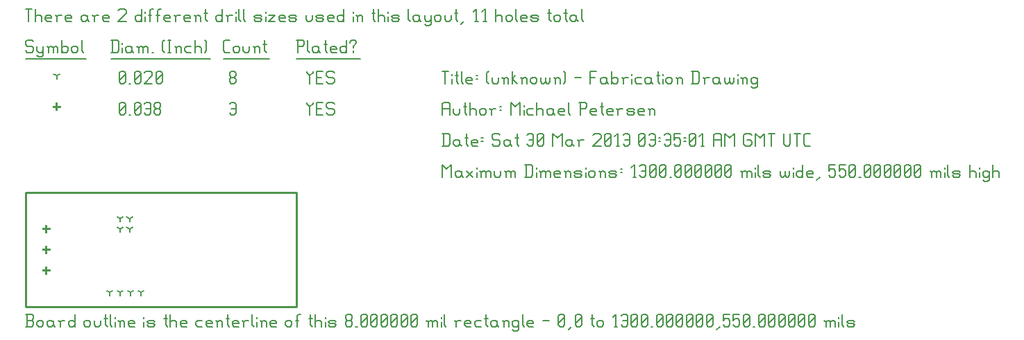
<source format=gbr>
G04 start of page 11 for group -3984 idx -3984 *
G04 Title: (unknown), fab *
G04 Creator: pcb 20110918 *
G04 CreationDate: Sat 30 Mar 2013 03:35:01 AM GMT UTC *
G04 For: railfan *
G04 Format: Gerber/RS-274X *
G04 PCB-Dimensions: 130000 55000 *
G04 PCB-Coordinate-Origin: lower left *
%MOIN*%
%FSLAX25Y25*%
%LNFAB*%
%ADD47C,0.0100*%
%ADD46C,0.0060*%
%ADD45R,0.0080X0.0080*%
G54D45*X10000Y19100D02*Y15900D01*
X8400Y17500D02*X11600D01*
X10000Y29100D02*Y25900D01*
X8400Y27500D02*X11600D01*
X10000Y39100D02*Y35900D01*
X8400Y37500D02*X11600D01*
X15000Y97850D02*Y94650D01*
X13400Y96250D02*X16600D01*
G54D46*X135000Y98500D02*Y97750D01*
X136500Y96250D01*
X138000Y97750D01*
Y98500D02*Y97750D01*
X136500Y96250D02*Y92500D01*
X139800Y95500D02*X142050D01*
X139800Y92500D02*X142800D01*
X139800Y98500D02*Y92500D01*
Y98500D02*X142800D01*
X147600D02*X148350Y97750D01*
X145350Y98500D02*X147600D01*
X144600Y97750D02*X145350Y98500D01*
X144600Y97750D02*Y96250D01*
X145350Y95500D01*
X147600D01*
X148350Y94750D01*
Y93250D01*
X147600Y92500D02*X148350Y93250D01*
X145350Y92500D02*X147600D01*
X144600Y93250D02*X145350Y92500D01*
X98000Y97750D02*X98750Y98500D01*
X100250D01*
X101000Y97750D01*
Y93250D01*
X100250Y92500D02*X101000Y93250D01*
X98750Y92500D02*X100250D01*
X98000Y93250D02*X98750Y92500D01*
Y95500D02*X101000D01*
X45000Y93250D02*X45750Y92500D01*
X45000Y97750D02*Y93250D01*
Y97750D02*X45750Y98500D01*
X47250D01*
X48000Y97750D01*
Y93250D01*
X47250Y92500D02*X48000Y93250D01*
X45750Y92500D02*X47250D01*
X45000Y94000D02*X48000Y97000D01*
X49800Y92500D02*X50550D01*
X52350Y93250D02*X53100Y92500D01*
X52350Y97750D02*Y93250D01*
Y97750D02*X53100Y98500D01*
X54600D01*
X55350Y97750D01*
Y93250D01*
X54600Y92500D02*X55350Y93250D01*
X53100Y92500D02*X54600D01*
X52350Y94000D02*X55350Y97000D01*
X57150Y97750D02*X57900Y98500D01*
X59400D01*
X60150Y97750D01*
Y93250D01*
X59400Y92500D02*X60150Y93250D01*
X57900Y92500D02*X59400D01*
X57150Y93250D02*X57900Y92500D01*
Y95500D02*X60150D01*
X61950Y93250D02*X62700Y92500D01*
X61950Y94750D02*Y93250D01*
Y94750D02*X62700Y95500D01*
X64200D01*
X64950Y94750D01*
Y93250D01*
X64200Y92500D02*X64950Y93250D01*
X62700Y92500D02*X64200D01*
X61950Y96250D02*X62700Y95500D01*
X61950Y97750D02*Y96250D01*
Y97750D02*X62700Y98500D01*
X64200D01*
X64950Y97750D01*
Y96250D01*
X64200Y95500D02*X64950Y96250D01*
X50000Y42500D02*Y40900D01*
Y42500D02*X51387Y43300D01*
X50000Y42500D02*X48613Y43300D01*
X50000Y37500D02*Y35900D01*
Y37500D02*X51387Y38300D01*
X50000Y37500D02*X48613Y38300D01*
X45500Y37500D02*Y35900D01*
Y37500D02*X46887Y38300D01*
X45500Y37500D02*X44113Y38300D01*
X50500Y7000D02*Y5400D01*
Y7000D02*X51887Y7800D01*
X50500Y7000D02*X49113Y7800D01*
X55500Y7000D02*Y5400D01*
Y7000D02*X56887Y7800D01*
X55500Y7000D02*X54113Y7800D01*
X40500Y7000D02*Y5400D01*
Y7000D02*X41887Y7800D01*
X40500Y7000D02*X39113Y7800D01*
X45500Y7000D02*Y5400D01*
Y7000D02*X46887Y7800D01*
X45500Y7000D02*X44113Y7800D01*
X45500Y42500D02*Y40900D01*
Y42500D02*X46887Y43300D01*
X45500Y42500D02*X44113Y43300D01*
X15000Y111250D02*Y109650D01*
Y111250D02*X16387Y112050D01*
X15000Y111250D02*X13613Y112050D01*
X135000Y113500D02*Y112750D01*
X136500Y111250D01*
X138000Y112750D01*
Y113500D02*Y112750D01*
X136500Y111250D02*Y107500D01*
X139800Y110500D02*X142050D01*
X139800Y107500D02*X142800D01*
X139800Y113500D02*Y107500D01*
Y113500D02*X142800D01*
X147600D02*X148350Y112750D01*
X145350Y113500D02*X147600D01*
X144600Y112750D02*X145350Y113500D01*
X144600Y112750D02*Y111250D01*
X145350Y110500D01*
X147600D01*
X148350Y109750D01*
Y108250D01*
X147600Y107500D02*X148350Y108250D01*
X145350Y107500D02*X147600D01*
X144600Y108250D02*X145350Y107500D01*
X98000Y108250D02*X98750Y107500D01*
X98000Y109750D02*Y108250D01*
Y109750D02*X98750Y110500D01*
X100250D01*
X101000Y109750D01*
Y108250D01*
X100250Y107500D02*X101000Y108250D01*
X98750Y107500D02*X100250D01*
X98000Y111250D02*X98750Y110500D01*
X98000Y112750D02*Y111250D01*
Y112750D02*X98750Y113500D01*
X100250D01*
X101000Y112750D01*
Y111250D01*
X100250Y110500D02*X101000Y111250D01*
X45000Y108250D02*X45750Y107500D01*
X45000Y112750D02*Y108250D01*
Y112750D02*X45750Y113500D01*
X47250D01*
X48000Y112750D01*
Y108250D01*
X47250Y107500D02*X48000Y108250D01*
X45750Y107500D02*X47250D01*
X45000Y109000D02*X48000Y112000D01*
X49800Y107500D02*X50550D01*
X52350Y108250D02*X53100Y107500D01*
X52350Y112750D02*Y108250D01*
Y112750D02*X53100Y113500D01*
X54600D01*
X55350Y112750D01*
Y108250D01*
X54600Y107500D02*X55350Y108250D01*
X53100Y107500D02*X54600D01*
X52350Y109000D02*X55350Y112000D01*
X57150Y112750D02*X57900Y113500D01*
X60150D01*
X60900Y112750D01*
Y111250D01*
X57150Y107500D02*X60900Y111250D01*
X57150Y107500D02*X60900D01*
X62700Y108250D02*X63450Y107500D01*
X62700Y112750D02*Y108250D01*
Y112750D02*X63450Y113500D01*
X64950D01*
X65700Y112750D01*
Y108250D01*
X64950Y107500D02*X65700Y108250D01*
X63450Y107500D02*X64950D01*
X62700Y109000D02*X65700Y112000D01*
X3000Y128500D02*X3750Y127750D01*
X750Y128500D02*X3000D01*
X0Y127750D02*X750Y128500D01*
X0Y127750D02*Y126250D01*
X750Y125500D01*
X3000D01*
X3750Y124750D01*
Y123250D01*
X3000Y122500D02*X3750Y123250D01*
X750Y122500D02*X3000D01*
X0Y123250D02*X750Y122500D01*
X5550Y125500D02*Y123250D01*
X6300Y122500D01*
X8550Y125500D02*Y121000D01*
X7800Y120250D02*X8550Y121000D01*
X6300Y120250D02*X7800D01*
X5550Y121000D02*X6300Y120250D01*
Y122500D02*X7800D01*
X8550Y123250D01*
X11100Y124750D02*Y122500D01*
Y124750D02*X11850Y125500D01*
X12600D01*
X13350Y124750D01*
Y122500D01*
Y124750D02*X14100Y125500D01*
X14850D01*
X15600Y124750D01*
Y122500D01*
X10350Y125500D02*X11100Y124750D01*
X17400Y128500D02*Y122500D01*
Y123250D02*X18150Y122500D01*
X19650D01*
X20400Y123250D01*
Y124750D02*Y123250D01*
X19650Y125500D02*X20400Y124750D01*
X18150Y125500D02*X19650D01*
X17400Y124750D02*X18150Y125500D01*
X22200Y124750D02*Y123250D01*
Y124750D02*X22950Y125500D01*
X24450D01*
X25200Y124750D01*
Y123250D01*
X24450Y122500D02*X25200Y123250D01*
X22950Y122500D02*X24450D01*
X22200Y123250D02*X22950Y122500D01*
X27000Y128500D02*Y123250D01*
X27750Y122500D01*
X0Y119250D02*X29250D01*
X41750Y128500D02*Y122500D01*
X44000Y128500D02*X44750Y127750D01*
Y123250D01*
X44000Y122500D02*X44750Y123250D01*
X41000Y122500D02*X44000D01*
X41000Y128500D02*X44000D01*
X46550Y127000D02*Y126250D01*
Y124750D02*Y122500D01*
X50300Y125500D02*X51050Y124750D01*
X48800Y125500D02*X50300D01*
X48050Y124750D02*X48800Y125500D01*
X48050Y124750D02*Y123250D01*
X48800Y122500D01*
X51050Y125500D02*Y123250D01*
X51800Y122500D01*
X48800D02*X50300D01*
X51050Y123250D01*
X54350Y124750D02*Y122500D01*
Y124750D02*X55100Y125500D01*
X55850D01*
X56600Y124750D01*
Y122500D01*
Y124750D02*X57350Y125500D01*
X58100D01*
X58850Y124750D01*
Y122500D01*
X53600Y125500D02*X54350Y124750D01*
X60650Y122500D02*X61400D01*
X65900Y123250D02*X66650Y122500D01*
X65900Y127750D02*X66650Y128500D01*
X65900Y127750D02*Y123250D01*
X68450Y128500D02*X69950D01*
X69200D02*Y122500D01*
X68450D02*X69950D01*
X72500Y124750D02*Y122500D01*
Y124750D02*X73250Y125500D01*
X74000D01*
X74750Y124750D01*
Y122500D01*
X71750Y125500D02*X72500Y124750D01*
X77300Y125500D02*X79550D01*
X76550Y124750D02*X77300Y125500D01*
X76550Y124750D02*Y123250D01*
X77300Y122500D01*
X79550D01*
X81350Y128500D02*Y122500D01*
Y124750D02*X82100Y125500D01*
X83600D01*
X84350Y124750D01*
Y122500D01*
X86150Y128500D02*X86900Y127750D01*
Y123250D01*
X86150Y122500D02*X86900Y123250D01*
X41000Y119250D02*X88700D01*
X95750Y122500D02*X98000D01*
X95000Y123250D02*X95750Y122500D01*
X95000Y127750D02*Y123250D01*
Y127750D02*X95750Y128500D01*
X98000D01*
X99800Y124750D02*Y123250D01*
Y124750D02*X100550Y125500D01*
X102050D01*
X102800Y124750D01*
Y123250D01*
X102050Y122500D02*X102800Y123250D01*
X100550Y122500D02*X102050D01*
X99800Y123250D02*X100550Y122500D01*
X104600Y125500D02*Y123250D01*
X105350Y122500D01*
X106850D01*
X107600Y123250D01*
Y125500D02*Y123250D01*
X110150Y124750D02*Y122500D01*
Y124750D02*X110900Y125500D01*
X111650D01*
X112400Y124750D01*
Y122500D01*
X109400Y125500D02*X110150Y124750D01*
X114950Y128500D02*Y123250D01*
X115700Y122500D01*
X114200Y126250D02*X115700D01*
X95000Y119250D02*X117200D01*
X130750Y128500D02*Y122500D01*
X130000Y128500D02*X133000D01*
X133750Y127750D01*
Y126250D01*
X133000Y125500D02*X133750Y126250D01*
X130750Y125500D02*X133000D01*
X135550Y128500D02*Y123250D01*
X136300Y122500D01*
X140050Y125500D02*X140800Y124750D01*
X138550Y125500D02*X140050D01*
X137800Y124750D02*X138550Y125500D01*
X137800Y124750D02*Y123250D01*
X138550Y122500D01*
X140800Y125500D02*Y123250D01*
X141550Y122500D01*
X138550D02*X140050D01*
X140800Y123250D01*
X144100Y128500D02*Y123250D01*
X144850Y122500D01*
X143350Y126250D02*X144850D01*
X147100Y122500D02*X149350D01*
X146350Y123250D02*X147100Y122500D01*
X146350Y124750D02*Y123250D01*
Y124750D02*X147100Y125500D01*
X148600D01*
X149350Y124750D01*
X146350Y124000D02*X149350D01*
Y124750D02*Y124000D01*
X154150Y128500D02*Y122500D01*
X153400D02*X154150Y123250D01*
X151900Y122500D02*X153400D01*
X151150Y123250D02*X151900Y122500D01*
X151150Y124750D02*Y123250D01*
Y124750D02*X151900Y125500D01*
X153400D01*
X154150Y124750D01*
X157450Y125500D02*Y124750D01*
Y123250D02*Y122500D01*
X155950Y127750D02*Y127000D01*
Y127750D02*X156700Y128500D01*
X158200D01*
X158950Y127750D01*
Y127000D01*
X157450Y125500D02*X158950Y127000D01*
X130000Y119250D02*X160750D01*
X0Y143500D02*X3000D01*
X1500D02*Y137500D01*
X4800Y143500D02*Y137500D01*
Y139750D02*X5550Y140500D01*
X7050D01*
X7800Y139750D01*
Y137500D01*
X10350D02*X12600D01*
X9600Y138250D02*X10350Y137500D01*
X9600Y139750D02*Y138250D01*
Y139750D02*X10350Y140500D01*
X11850D01*
X12600Y139750D01*
X9600Y139000D02*X12600D01*
Y139750D02*Y139000D01*
X15150Y139750D02*Y137500D01*
Y139750D02*X15900Y140500D01*
X17400D01*
X14400D02*X15150Y139750D01*
X19950Y137500D02*X22200D01*
X19200Y138250D02*X19950Y137500D01*
X19200Y139750D02*Y138250D01*
Y139750D02*X19950Y140500D01*
X21450D01*
X22200Y139750D01*
X19200Y139000D02*X22200D01*
Y139750D02*Y139000D01*
X28950Y140500D02*X29700Y139750D01*
X27450Y140500D02*X28950D01*
X26700Y139750D02*X27450Y140500D01*
X26700Y139750D02*Y138250D01*
X27450Y137500D01*
X29700Y140500D02*Y138250D01*
X30450Y137500D01*
X27450D02*X28950D01*
X29700Y138250D01*
X33000Y139750D02*Y137500D01*
Y139750D02*X33750Y140500D01*
X35250D01*
X32250D02*X33000Y139750D01*
X37800Y137500D02*X40050D01*
X37050Y138250D02*X37800Y137500D01*
X37050Y139750D02*Y138250D01*
Y139750D02*X37800Y140500D01*
X39300D01*
X40050Y139750D01*
X37050Y139000D02*X40050D01*
Y139750D02*Y139000D01*
X44550Y142750D02*X45300Y143500D01*
X47550D01*
X48300Y142750D01*
Y141250D01*
X44550Y137500D02*X48300Y141250D01*
X44550Y137500D02*X48300D01*
X55800Y143500D02*Y137500D01*
X55050D02*X55800Y138250D01*
X53550Y137500D02*X55050D01*
X52800Y138250D02*X53550Y137500D01*
X52800Y139750D02*Y138250D01*
Y139750D02*X53550Y140500D01*
X55050D01*
X55800Y139750D01*
X57600Y142000D02*Y141250D01*
Y139750D02*Y137500D01*
X59850Y142750D02*Y137500D01*
Y142750D02*X60600Y143500D01*
X61350D01*
X59100Y140500D02*X60600D01*
X63600Y142750D02*Y137500D01*
Y142750D02*X64350Y143500D01*
X65100D01*
X62850Y140500D02*X64350D01*
X67350Y137500D02*X69600D01*
X66600Y138250D02*X67350Y137500D01*
X66600Y139750D02*Y138250D01*
Y139750D02*X67350Y140500D01*
X68850D01*
X69600Y139750D01*
X66600Y139000D02*X69600D01*
Y139750D02*Y139000D01*
X72150Y139750D02*Y137500D01*
Y139750D02*X72900Y140500D01*
X74400D01*
X71400D02*X72150Y139750D01*
X76950Y137500D02*X79200D01*
X76200Y138250D02*X76950Y137500D01*
X76200Y139750D02*Y138250D01*
Y139750D02*X76950Y140500D01*
X78450D01*
X79200Y139750D01*
X76200Y139000D02*X79200D01*
Y139750D02*Y139000D01*
X81750Y139750D02*Y137500D01*
Y139750D02*X82500Y140500D01*
X83250D01*
X84000Y139750D01*
Y137500D01*
X81000Y140500D02*X81750Y139750D01*
X86550Y143500D02*Y138250D01*
X87300Y137500D01*
X85800Y141250D02*X87300D01*
X94500Y143500D02*Y137500D01*
X93750D02*X94500Y138250D01*
X92250Y137500D02*X93750D01*
X91500Y138250D02*X92250Y137500D01*
X91500Y139750D02*Y138250D01*
Y139750D02*X92250Y140500D01*
X93750D01*
X94500Y139750D01*
X97050D02*Y137500D01*
Y139750D02*X97800Y140500D01*
X99300D01*
X96300D02*X97050Y139750D01*
X101100Y142000D02*Y141250D01*
Y139750D02*Y137500D01*
X102600Y143500D02*Y138250D01*
X103350Y137500D01*
X104850Y143500D02*Y138250D01*
X105600Y137500D01*
X110550D02*X112800D01*
X113550Y138250D01*
X112800Y139000D02*X113550Y138250D01*
X110550Y139000D02*X112800D01*
X109800Y139750D02*X110550Y139000D01*
X109800Y139750D02*X110550Y140500D01*
X112800D01*
X113550Y139750D01*
X109800Y138250D02*X110550Y137500D01*
X115350Y142000D02*Y141250D01*
Y139750D02*Y137500D01*
X116850Y140500D02*X119850D01*
X116850Y137500D02*X119850Y140500D01*
X116850Y137500D02*X119850D01*
X122400D02*X124650D01*
X121650Y138250D02*X122400Y137500D01*
X121650Y139750D02*Y138250D01*
Y139750D02*X122400Y140500D01*
X123900D01*
X124650Y139750D01*
X121650Y139000D02*X124650D01*
Y139750D02*Y139000D01*
X127200Y137500D02*X129450D01*
X130200Y138250D01*
X129450Y139000D02*X130200Y138250D01*
X127200Y139000D02*X129450D01*
X126450Y139750D02*X127200Y139000D01*
X126450Y139750D02*X127200Y140500D01*
X129450D01*
X130200Y139750D01*
X126450Y138250D02*X127200Y137500D01*
X134700Y140500D02*Y138250D01*
X135450Y137500D01*
X136950D01*
X137700Y138250D01*
Y140500D02*Y138250D01*
X140250Y137500D02*X142500D01*
X143250Y138250D01*
X142500Y139000D02*X143250Y138250D01*
X140250Y139000D02*X142500D01*
X139500Y139750D02*X140250Y139000D01*
X139500Y139750D02*X140250Y140500D01*
X142500D01*
X143250Y139750D01*
X139500Y138250D02*X140250Y137500D01*
X145800D02*X148050D01*
X145050Y138250D02*X145800Y137500D01*
X145050Y139750D02*Y138250D01*
Y139750D02*X145800Y140500D01*
X147300D01*
X148050Y139750D01*
X145050Y139000D02*X148050D01*
Y139750D02*Y139000D01*
X152850Y143500D02*Y137500D01*
X152100D02*X152850Y138250D01*
X150600Y137500D02*X152100D01*
X149850Y138250D02*X150600Y137500D01*
X149850Y139750D02*Y138250D01*
Y139750D02*X150600Y140500D01*
X152100D01*
X152850Y139750D01*
X157350Y142000D02*Y141250D01*
Y139750D02*Y137500D01*
X159600Y139750D02*Y137500D01*
Y139750D02*X160350Y140500D01*
X161100D01*
X161850Y139750D01*
Y137500D01*
X158850Y140500D02*X159600Y139750D01*
X167100Y143500D02*Y138250D01*
X167850Y137500D01*
X166350Y141250D02*X167850D01*
X169350Y143500D02*Y137500D01*
Y139750D02*X170100Y140500D01*
X171600D01*
X172350Y139750D01*
Y137500D01*
X174150Y142000D02*Y141250D01*
Y139750D02*Y137500D01*
X176400D02*X178650D01*
X179400Y138250D01*
X178650Y139000D02*X179400Y138250D01*
X176400Y139000D02*X178650D01*
X175650Y139750D02*X176400Y139000D01*
X175650Y139750D02*X176400Y140500D01*
X178650D01*
X179400Y139750D01*
X175650Y138250D02*X176400Y137500D01*
X183900Y143500D02*Y138250D01*
X184650Y137500D01*
X188400Y140500D02*X189150Y139750D01*
X186900Y140500D02*X188400D01*
X186150Y139750D02*X186900Y140500D01*
X186150Y139750D02*Y138250D01*
X186900Y137500D01*
X189150Y140500D02*Y138250D01*
X189900Y137500D01*
X186900D02*X188400D01*
X189150Y138250D01*
X191700Y140500D02*Y138250D01*
X192450Y137500D01*
X194700Y140500D02*Y136000D01*
X193950Y135250D02*X194700Y136000D01*
X192450Y135250D02*X193950D01*
X191700Y136000D02*X192450Y135250D01*
Y137500D02*X193950D01*
X194700Y138250D01*
X196500Y139750D02*Y138250D01*
Y139750D02*X197250Y140500D01*
X198750D01*
X199500Y139750D01*
Y138250D01*
X198750Y137500D02*X199500Y138250D01*
X197250Y137500D02*X198750D01*
X196500Y138250D02*X197250Y137500D01*
X201300Y140500D02*Y138250D01*
X202050Y137500D01*
X203550D01*
X204300Y138250D01*
Y140500D02*Y138250D01*
X206850Y143500D02*Y138250D01*
X207600Y137500D01*
X206100Y141250D02*X207600D01*
X209100Y136000D02*X210600Y137500D01*
X215850D02*X217350D01*
X216600Y143500D02*Y137500D01*
X215100Y142000D02*X216600Y143500D01*
X219900Y137500D02*X221400D01*
X220650Y143500D02*Y137500D01*
X219150Y142000D02*X220650Y143500D01*
X225900D02*Y137500D01*
Y139750D02*X226650Y140500D01*
X228150D01*
X228900Y139750D01*
Y137500D01*
X230700Y139750D02*Y138250D01*
Y139750D02*X231450Y140500D01*
X232950D01*
X233700Y139750D01*
Y138250D01*
X232950Y137500D02*X233700Y138250D01*
X231450Y137500D02*X232950D01*
X230700Y138250D02*X231450Y137500D01*
X235500Y143500D02*Y138250D01*
X236250Y137500D01*
X238500D02*X240750D01*
X237750Y138250D02*X238500Y137500D01*
X237750Y139750D02*Y138250D01*
Y139750D02*X238500Y140500D01*
X240000D01*
X240750Y139750D01*
X237750Y139000D02*X240750D01*
Y139750D02*Y139000D01*
X243300Y137500D02*X245550D01*
X246300Y138250D01*
X245550Y139000D02*X246300Y138250D01*
X243300Y139000D02*X245550D01*
X242550Y139750D02*X243300Y139000D01*
X242550Y139750D02*X243300Y140500D01*
X245550D01*
X246300Y139750D01*
X242550Y138250D02*X243300Y137500D01*
X251550Y143500D02*Y138250D01*
X252300Y137500D01*
X250800Y141250D02*X252300D01*
X253800Y139750D02*Y138250D01*
Y139750D02*X254550Y140500D01*
X256050D01*
X256800Y139750D01*
Y138250D01*
X256050Y137500D02*X256800Y138250D01*
X254550Y137500D02*X256050D01*
X253800Y138250D02*X254550Y137500D01*
X259350Y143500D02*Y138250D01*
X260100Y137500D01*
X258600Y141250D02*X260100D01*
X263850Y140500D02*X264600Y139750D01*
X262350Y140500D02*X263850D01*
X261600Y139750D02*X262350Y140500D01*
X261600Y139750D02*Y138250D01*
X262350Y137500D01*
X264600Y140500D02*Y138250D01*
X265350Y137500D01*
X262350D02*X263850D01*
X264600Y138250D01*
X267150Y143500D02*Y138250D01*
X267900Y137500D01*
G54D47*X0Y55000D02*X130000D01*
X0D02*Y0D01*
X130000Y55000D02*Y0D01*
X0D02*X130000D01*
G54D46*X200000Y68500D02*Y62500D01*
Y68500D02*X202250Y66250D01*
X204500Y68500D01*
Y62500D01*
X208550Y65500D02*X209300Y64750D01*
X207050Y65500D02*X208550D01*
X206300Y64750D02*X207050Y65500D01*
X206300Y64750D02*Y63250D01*
X207050Y62500D01*
X209300Y65500D02*Y63250D01*
X210050Y62500D01*
X207050D02*X208550D01*
X209300Y63250D01*
X211850Y65500D02*X214850Y62500D01*
X211850D02*X214850Y65500D01*
X216650Y67000D02*Y66250D01*
Y64750D02*Y62500D01*
X218900Y64750D02*Y62500D01*
Y64750D02*X219650Y65500D01*
X220400D01*
X221150Y64750D01*
Y62500D01*
Y64750D02*X221900Y65500D01*
X222650D01*
X223400Y64750D01*
Y62500D01*
X218150Y65500D02*X218900Y64750D01*
X225200Y65500D02*Y63250D01*
X225950Y62500D01*
X227450D01*
X228200Y63250D01*
Y65500D02*Y63250D01*
X230750Y64750D02*Y62500D01*
Y64750D02*X231500Y65500D01*
X232250D01*
X233000Y64750D01*
Y62500D01*
Y64750D02*X233750Y65500D01*
X234500D01*
X235250Y64750D01*
Y62500D01*
X230000Y65500D02*X230750Y64750D01*
X240500Y68500D02*Y62500D01*
X242750Y68500D02*X243500Y67750D01*
Y63250D01*
X242750Y62500D02*X243500Y63250D01*
X239750Y62500D02*X242750D01*
X239750Y68500D02*X242750D01*
X245300Y67000D02*Y66250D01*
Y64750D02*Y62500D01*
X247550Y64750D02*Y62500D01*
Y64750D02*X248300Y65500D01*
X249050D01*
X249800Y64750D01*
Y62500D01*
Y64750D02*X250550Y65500D01*
X251300D01*
X252050Y64750D01*
Y62500D01*
X246800Y65500D02*X247550Y64750D01*
X254600Y62500D02*X256850D01*
X253850Y63250D02*X254600Y62500D01*
X253850Y64750D02*Y63250D01*
Y64750D02*X254600Y65500D01*
X256100D01*
X256850Y64750D01*
X253850Y64000D02*X256850D01*
Y64750D02*Y64000D01*
X259400Y64750D02*Y62500D01*
Y64750D02*X260150Y65500D01*
X260900D01*
X261650Y64750D01*
Y62500D01*
X258650Y65500D02*X259400Y64750D01*
X264200Y62500D02*X266450D01*
X267200Y63250D01*
X266450Y64000D02*X267200Y63250D01*
X264200Y64000D02*X266450D01*
X263450Y64750D02*X264200Y64000D01*
X263450Y64750D02*X264200Y65500D01*
X266450D01*
X267200Y64750D01*
X263450Y63250D02*X264200Y62500D01*
X269000Y67000D02*Y66250D01*
Y64750D02*Y62500D01*
X270500Y64750D02*Y63250D01*
Y64750D02*X271250Y65500D01*
X272750D01*
X273500Y64750D01*
Y63250D01*
X272750Y62500D02*X273500Y63250D01*
X271250Y62500D02*X272750D01*
X270500Y63250D02*X271250Y62500D01*
X276050Y64750D02*Y62500D01*
Y64750D02*X276800Y65500D01*
X277550D01*
X278300Y64750D01*
Y62500D01*
X275300Y65500D02*X276050Y64750D01*
X280850Y62500D02*X283100D01*
X283850Y63250D01*
X283100Y64000D02*X283850Y63250D01*
X280850Y64000D02*X283100D01*
X280100Y64750D02*X280850Y64000D01*
X280100Y64750D02*X280850Y65500D01*
X283100D01*
X283850Y64750D01*
X280100Y63250D02*X280850Y62500D01*
X285650Y66250D02*X286400D01*
X285650Y64750D02*X286400D01*
X291650Y62500D02*X293150D01*
X292400Y68500D02*Y62500D01*
X290900Y67000D02*X292400Y68500D01*
X294950Y67750D02*X295700Y68500D01*
X297200D01*
X297950Y67750D01*
Y63250D01*
X297200Y62500D02*X297950Y63250D01*
X295700Y62500D02*X297200D01*
X294950Y63250D02*X295700Y62500D01*
Y65500D02*X297950D01*
X299750Y63250D02*X300500Y62500D01*
X299750Y67750D02*Y63250D01*
Y67750D02*X300500Y68500D01*
X302000D01*
X302750Y67750D01*
Y63250D01*
X302000Y62500D02*X302750Y63250D01*
X300500Y62500D02*X302000D01*
X299750Y64000D02*X302750Y67000D01*
X304550Y63250D02*X305300Y62500D01*
X304550Y67750D02*Y63250D01*
Y67750D02*X305300Y68500D01*
X306800D01*
X307550Y67750D01*
Y63250D01*
X306800Y62500D02*X307550Y63250D01*
X305300Y62500D02*X306800D01*
X304550Y64000D02*X307550Y67000D01*
X309350Y62500D02*X310100D01*
X311900Y63250D02*X312650Y62500D01*
X311900Y67750D02*Y63250D01*
Y67750D02*X312650Y68500D01*
X314150D01*
X314900Y67750D01*
Y63250D01*
X314150Y62500D02*X314900Y63250D01*
X312650Y62500D02*X314150D01*
X311900Y64000D02*X314900Y67000D01*
X316700Y63250D02*X317450Y62500D01*
X316700Y67750D02*Y63250D01*
Y67750D02*X317450Y68500D01*
X318950D01*
X319700Y67750D01*
Y63250D01*
X318950Y62500D02*X319700Y63250D01*
X317450Y62500D02*X318950D01*
X316700Y64000D02*X319700Y67000D01*
X321500Y63250D02*X322250Y62500D01*
X321500Y67750D02*Y63250D01*
Y67750D02*X322250Y68500D01*
X323750D01*
X324500Y67750D01*
Y63250D01*
X323750Y62500D02*X324500Y63250D01*
X322250Y62500D02*X323750D01*
X321500Y64000D02*X324500Y67000D01*
X326300Y63250D02*X327050Y62500D01*
X326300Y67750D02*Y63250D01*
Y67750D02*X327050Y68500D01*
X328550D01*
X329300Y67750D01*
Y63250D01*
X328550Y62500D02*X329300Y63250D01*
X327050Y62500D02*X328550D01*
X326300Y64000D02*X329300Y67000D01*
X331100Y63250D02*X331850Y62500D01*
X331100Y67750D02*Y63250D01*
Y67750D02*X331850Y68500D01*
X333350D01*
X334100Y67750D01*
Y63250D01*
X333350Y62500D02*X334100Y63250D01*
X331850Y62500D02*X333350D01*
X331100Y64000D02*X334100Y67000D01*
X335900Y63250D02*X336650Y62500D01*
X335900Y67750D02*Y63250D01*
Y67750D02*X336650Y68500D01*
X338150D01*
X338900Y67750D01*
Y63250D01*
X338150Y62500D02*X338900Y63250D01*
X336650Y62500D02*X338150D01*
X335900Y64000D02*X338900Y67000D01*
X344150Y64750D02*Y62500D01*
Y64750D02*X344900Y65500D01*
X345650D01*
X346400Y64750D01*
Y62500D01*
Y64750D02*X347150Y65500D01*
X347900D01*
X348650Y64750D01*
Y62500D01*
X343400Y65500D02*X344150Y64750D01*
X350450Y67000D02*Y66250D01*
Y64750D02*Y62500D01*
X351950Y68500D02*Y63250D01*
X352700Y62500D01*
X354950D02*X357200D01*
X357950Y63250D01*
X357200Y64000D02*X357950Y63250D01*
X354950Y64000D02*X357200D01*
X354200Y64750D02*X354950Y64000D01*
X354200Y64750D02*X354950Y65500D01*
X357200D01*
X357950Y64750D01*
X354200Y63250D02*X354950Y62500D01*
X362450Y65500D02*Y63250D01*
X363200Y62500D01*
X363950D01*
X364700Y63250D01*
Y65500D02*Y63250D01*
X365450Y62500D01*
X366200D01*
X366950Y63250D01*
Y65500D02*Y63250D01*
X368750Y67000D02*Y66250D01*
Y64750D02*Y62500D01*
X373250Y68500D02*Y62500D01*
X372500D02*X373250Y63250D01*
X371000Y62500D02*X372500D01*
X370250Y63250D02*X371000Y62500D01*
X370250Y64750D02*Y63250D01*
Y64750D02*X371000Y65500D01*
X372500D01*
X373250Y64750D01*
X375800Y62500D02*X378050D01*
X375050Y63250D02*X375800Y62500D01*
X375050Y64750D02*Y63250D01*
Y64750D02*X375800Y65500D01*
X377300D01*
X378050Y64750D01*
X375050Y64000D02*X378050D01*
Y64750D02*Y64000D01*
X379850Y61000D02*X381350Y62500D01*
X385850Y68500D02*X388850D01*
X385850D02*Y65500D01*
X386600Y66250D01*
X388100D01*
X388850Y65500D01*
Y63250D01*
X388100Y62500D02*X388850Y63250D01*
X386600Y62500D02*X388100D01*
X385850Y63250D02*X386600Y62500D01*
X390650Y68500D02*X393650D01*
X390650D02*Y65500D01*
X391400Y66250D01*
X392900D01*
X393650Y65500D01*
Y63250D01*
X392900Y62500D02*X393650Y63250D01*
X391400Y62500D02*X392900D01*
X390650Y63250D02*X391400Y62500D01*
X395450Y63250D02*X396200Y62500D01*
X395450Y67750D02*Y63250D01*
Y67750D02*X396200Y68500D01*
X397700D01*
X398450Y67750D01*
Y63250D01*
X397700Y62500D02*X398450Y63250D01*
X396200Y62500D02*X397700D01*
X395450Y64000D02*X398450Y67000D01*
X400250Y62500D02*X401000D01*
X402800Y63250D02*X403550Y62500D01*
X402800Y67750D02*Y63250D01*
Y67750D02*X403550Y68500D01*
X405050D01*
X405800Y67750D01*
Y63250D01*
X405050Y62500D02*X405800Y63250D01*
X403550Y62500D02*X405050D01*
X402800Y64000D02*X405800Y67000D01*
X407600Y63250D02*X408350Y62500D01*
X407600Y67750D02*Y63250D01*
Y67750D02*X408350Y68500D01*
X409850D01*
X410600Y67750D01*
Y63250D01*
X409850Y62500D02*X410600Y63250D01*
X408350Y62500D02*X409850D01*
X407600Y64000D02*X410600Y67000D01*
X412400Y63250D02*X413150Y62500D01*
X412400Y67750D02*Y63250D01*
Y67750D02*X413150Y68500D01*
X414650D01*
X415400Y67750D01*
Y63250D01*
X414650Y62500D02*X415400Y63250D01*
X413150Y62500D02*X414650D01*
X412400Y64000D02*X415400Y67000D01*
X417200Y63250D02*X417950Y62500D01*
X417200Y67750D02*Y63250D01*
Y67750D02*X417950Y68500D01*
X419450D01*
X420200Y67750D01*
Y63250D01*
X419450Y62500D02*X420200Y63250D01*
X417950Y62500D02*X419450D01*
X417200Y64000D02*X420200Y67000D01*
X422000Y63250D02*X422750Y62500D01*
X422000Y67750D02*Y63250D01*
Y67750D02*X422750Y68500D01*
X424250D01*
X425000Y67750D01*
Y63250D01*
X424250Y62500D02*X425000Y63250D01*
X422750Y62500D02*X424250D01*
X422000Y64000D02*X425000Y67000D01*
X426800Y63250D02*X427550Y62500D01*
X426800Y67750D02*Y63250D01*
Y67750D02*X427550Y68500D01*
X429050D01*
X429800Y67750D01*
Y63250D01*
X429050Y62500D02*X429800Y63250D01*
X427550Y62500D02*X429050D01*
X426800Y64000D02*X429800Y67000D01*
X435050Y64750D02*Y62500D01*
Y64750D02*X435800Y65500D01*
X436550D01*
X437300Y64750D01*
Y62500D01*
Y64750D02*X438050Y65500D01*
X438800D01*
X439550Y64750D01*
Y62500D01*
X434300Y65500D02*X435050Y64750D01*
X441350Y67000D02*Y66250D01*
Y64750D02*Y62500D01*
X442850Y68500D02*Y63250D01*
X443600Y62500D01*
X445850D02*X448100D01*
X448850Y63250D01*
X448100Y64000D02*X448850Y63250D01*
X445850Y64000D02*X448100D01*
X445100Y64750D02*X445850Y64000D01*
X445100Y64750D02*X445850Y65500D01*
X448100D01*
X448850Y64750D01*
X445100Y63250D02*X445850Y62500D01*
X453350Y68500D02*Y62500D01*
Y64750D02*X454100Y65500D01*
X455600D01*
X456350Y64750D01*
Y62500D01*
X458150Y67000D02*Y66250D01*
Y64750D02*Y62500D01*
X461900Y65500D02*X462650Y64750D01*
X460400Y65500D02*X461900D01*
X459650Y64750D02*X460400Y65500D01*
X459650Y64750D02*Y63250D01*
X460400Y62500D01*
X461900D01*
X462650Y63250D01*
X459650Y61000D02*X460400Y60250D01*
X461900D01*
X462650Y61000D01*
Y65500D02*Y61000D01*
X464450Y68500D02*Y62500D01*
Y64750D02*X465200Y65500D01*
X466700D01*
X467450Y64750D01*
Y62500D01*
X0Y-9500D02*X3000D01*
X3750Y-8750D01*
Y-7250D02*Y-8750D01*
X3000Y-6500D02*X3750Y-7250D01*
X750Y-6500D02*X3000D01*
X750Y-3500D02*Y-9500D01*
X0Y-3500D02*X3000D01*
X3750Y-4250D01*
Y-5750D01*
X3000Y-6500D02*X3750Y-5750D01*
X5550Y-7250D02*Y-8750D01*
Y-7250D02*X6300Y-6500D01*
X7800D01*
X8550Y-7250D01*
Y-8750D01*
X7800Y-9500D02*X8550Y-8750D01*
X6300Y-9500D02*X7800D01*
X5550Y-8750D02*X6300Y-9500D01*
X12600Y-6500D02*X13350Y-7250D01*
X11100Y-6500D02*X12600D01*
X10350Y-7250D02*X11100Y-6500D01*
X10350Y-7250D02*Y-8750D01*
X11100Y-9500D01*
X13350Y-6500D02*Y-8750D01*
X14100Y-9500D01*
X11100D02*X12600D01*
X13350Y-8750D01*
X16650Y-7250D02*Y-9500D01*
Y-7250D02*X17400Y-6500D01*
X18900D01*
X15900D02*X16650Y-7250D01*
X23700Y-3500D02*Y-9500D01*
X22950D02*X23700Y-8750D01*
X21450Y-9500D02*X22950D01*
X20700Y-8750D02*X21450Y-9500D01*
X20700Y-7250D02*Y-8750D01*
Y-7250D02*X21450Y-6500D01*
X22950D01*
X23700Y-7250D01*
X28200D02*Y-8750D01*
Y-7250D02*X28950Y-6500D01*
X30450D01*
X31200Y-7250D01*
Y-8750D01*
X30450Y-9500D02*X31200Y-8750D01*
X28950Y-9500D02*X30450D01*
X28200Y-8750D02*X28950Y-9500D01*
X33000Y-6500D02*Y-8750D01*
X33750Y-9500D01*
X35250D01*
X36000Y-8750D01*
Y-6500D02*Y-8750D01*
X38550Y-3500D02*Y-8750D01*
X39300Y-9500D01*
X37800Y-5750D02*X39300D01*
X40800Y-3500D02*Y-8750D01*
X41550Y-9500D01*
X43050Y-5000D02*Y-5750D01*
Y-7250D02*Y-9500D01*
X45300Y-7250D02*Y-9500D01*
Y-7250D02*X46050Y-6500D01*
X46800D01*
X47550Y-7250D01*
Y-9500D01*
X44550Y-6500D02*X45300Y-7250D01*
X50100Y-9500D02*X52350D01*
X49350Y-8750D02*X50100Y-9500D01*
X49350Y-7250D02*Y-8750D01*
Y-7250D02*X50100Y-6500D01*
X51600D01*
X52350Y-7250D01*
X49350Y-8000D02*X52350D01*
Y-7250D02*Y-8000D01*
X56850Y-5000D02*Y-5750D01*
Y-7250D02*Y-9500D01*
X59100D02*X61350D01*
X62100Y-8750D01*
X61350Y-8000D02*X62100Y-8750D01*
X59100Y-8000D02*X61350D01*
X58350Y-7250D02*X59100Y-8000D01*
X58350Y-7250D02*X59100Y-6500D01*
X61350D01*
X62100Y-7250D01*
X58350Y-8750D02*X59100Y-9500D01*
X67350Y-3500D02*Y-8750D01*
X68100Y-9500D01*
X66600Y-5750D02*X68100D01*
X69600Y-3500D02*Y-9500D01*
Y-7250D02*X70350Y-6500D01*
X71850D01*
X72600Y-7250D01*
Y-9500D01*
X75150D02*X77400D01*
X74400Y-8750D02*X75150Y-9500D01*
X74400Y-7250D02*Y-8750D01*
Y-7250D02*X75150Y-6500D01*
X76650D01*
X77400Y-7250D01*
X74400Y-8000D02*X77400D01*
Y-7250D02*Y-8000D01*
X82650Y-6500D02*X84900D01*
X81900Y-7250D02*X82650Y-6500D01*
X81900Y-7250D02*Y-8750D01*
X82650Y-9500D01*
X84900D01*
X87450D02*X89700D01*
X86700Y-8750D02*X87450Y-9500D01*
X86700Y-7250D02*Y-8750D01*
Y-7250D02*X87450Y-6500D01*
X88950D01*
X89700Y-7250D01*
X86700Y-8000D02*X89700D01*
Y-7250D02*Y-8000D01*
X92250Y-7250D02*Y-9500D01*
Y-7250D02*X93000Y-6500D01*
X93750D01*
X94500Y-7250D01*
Y-9500D01*
X91500Y-6500D02*X92250Y-7250D01*
X97050Y-3500D02*Y-8750D01*
X97800Y-9500D01*
X96300Y-5750D02*X97800D01*
X100050Y-9500D02*X102300D01*
X99300Y-8750D02*X100050Y-9500D01*
X99300Y-7250D02*Y-8750D01*
Y-7250D02*X100050Y-6500D01*
X101550D01*
X102300Y-7250D01*
X99300Y-8000D02*X102300D01*
Y-7250D02*Y-8000D01*
X104850Y-7250D02*Y-9500D01*
Y-7250D02*X105600Y-6500D01*
X107100D01*
X104100D02*X104850Y-7250D01*
X108900Y-3500D02*Y-8750D01*
X109650Y-9500D01*
X111150Y-5000D02*Y-5750D01*
Y-7250D02*Y-9500D01*
X113400Y-7250D02*Y-9500D01*
Y-7250D02*X114150Y-6500D01*
X114900D01*
X115650Y-7250D01*
Y-9500D01*
X112650Y-6500D02*X113400Y-7250D01*
X118200Y-9500D02*X120450D01*
X117450Y-8750D02*X118200Y-9500D01*
X117450Y-7250D02*Y-8750D01*
Y-7250D02*X118200Y-6500D01*
X119700D01*
X120450Y-7250D01*
X117450Y-8000D02*X120450D01*
Y-7250D02*Y-8000D01*
X124950Y-7250D02*Y-8750D01*
Y-7250D02*X125700Y-6500D01*
X127200D01*
X127950Y-7250D01*
Y-8750D01*
X127200Y-9500D02*X127950Y-8750D01*
X125700Y-9500D02*X127200D01*
X124950Y-8750D02*X125700Y-9500D01*
X130500Y-4250D02*Y-9500D01*
Y-4250D02*X131250Y-3500D01*
X132000D01*
X129750Y-6500D02*X131250D01*
X136950Y-3500D02*Y-8750D01*
X137700Y-9500D01*
X136200Y-5750D02*X137700D01*
X139200Y-3500D02*Y-9500D01*
Y-7250D02*X139950Y-6500D01*
X141450D01*
X142200Y-7250D01*
Y-9500D01*
X144000Y-5000D02*Y-5750D01*
Y-7250D02*Y-9500D01*
X146250D02*X148500D01*
X149250Y-8750D01*
X148500Y-8000D02*X149250Y-8750D01*
X146250Y-8000D02*X148500D01*
X145500Y-7250D02*X146250Y-8000D01*
X145500Y-7250D02*X146250Y-6500D01*
X148500D01*
X149250Y-7250D01*
X145500Y-8750D02*X146250Y-9500D01*
X153750Y-8750D02*X154500Y-9500D01*
X153750Y-7250D02*Y-8750D01*
Y-7250D02*X154500Y-6500D01*
X156000D01*
X156750Y-7250D01*
Y-8750D01*
X156000Y-9500D02*X156750Y-8750D01*
X154500Y-9500D02*X156000D01*
X153750Y-5750D02*X154500Y-6500D01*
X153750Y-4250D02*Y-5750D01*
Y-4250D02*X154500Y-3500D01*
X156000D01*
X156750Y-4250D01*
Y-5750D01*
X156000Y-6500D02*X156750Y-5750D01*
X158550Y-9500D02*X159300D01*
X161100Y-8750D02*X161850Y-9500D01*
X161100Y-4250D02*Y-8750D01*
Y-4250D02*X161850Y-3500D01*
X163350D01*
X164100Y-4250D01*
Y-8750D01*
X163350Y-9500D02*X164100Y-8750D01*
X161850Y-9500D02*X163350D01*
X161100Y-8000D02*X164100Y-5000D01*
X165900Y-8750D02*X166650Y-9500D01*
X165900Y-4250D02*Y-8750D01*
Y-4250D02*X166650Y-3500D01*
X168150D01*
X168900Y-4250D01*
Y-8750D01*
X168150Y-9500D02*X168900Y-8750D01*
X166650Y-9500D02*X168150D01*
X165900Y-8000D02*X168900Y-5000D01*
X170700Y-8750D02*X171450Y-9500D01*
X170700Y-4250D02*Y-8750D01*
Y-4250D02*X171450Y-3500D01*
X172950D01*
X173700Y-4250D01*
Y-8750D01*
X172950Y-9500D02*X173700Y-8750D01*
X171450Y-9500D02*X172950D01*
X170700Y-8000D02*X173700Y-5000D01*
X175500Y-8750D02*X176250Y-9500D01*
X175500Y-4250D02*Y-8750D01*
Y-4250D02*X176250Y-3500D01*
X177750D01*
X178500Y-4250D01*
Y-8750D01*
X177750Y-9500D02*X178500Y-8750D01*
X176250Y-9500D02*X177750D01*
X175500Y-8000D02*X178500Y-5000D01*
X180300Y-8750D02*X181050Y-9500D01*
X180300Y-4250D02*Y-8750D01*
Y-4250D02*X181050Y-3500D01*
X182550D01*
X183300Y-4250D01*
Y-8750D01*
X182550Y-9500D02*X183300Y-8750D01*
X181050Y-9500D02*X182550D01*
X180300Y-8000D02*X183300Y-5000D01*
X185100Y-8750D02*X185850Y-9500D01*
X185100Y-4250D02*Y-8750D01*
Y-4250D02*X185850Y-3500D01*
X187350D01*
X188100Y-4250D01*
Y-8750D01*
X187350Y-9500D02*X188100Y-8750D01*
X185850Y-9500D02*X187350D01*
X185100Y-8000D02*X188100Y-5000D01*
X193350Y-7250D02*Y-9500D01*
Y-7250D02*X194100Y-6500D01*
X194850D01*
X195600Y-7250D01*
Y-9500D01*
Y-7250D02*X196350Y-6500D01*
X197100D01*
X197850Y-7250D01*
Y-9500D01*
X192600Y-6500D02*X193350Y-7250D01*
X199650Y-5000D02*Y-5750D01*
Y-7250D02*Y-9500D01*
X201150Y-3500D02*Y-8750D01*
X201900Y-9500D01*
X206850Y-7250D02*Y-9500D01*
Y-7250D02*X207600Y-6500D01*
X209100D01*
X206100D02*X206850Y-7250D01*
X211650Y-9500D02*X213900D01*
X210900Y-8750D02*X211650Y-9500D01*
X210900Y-7250D02*Y-8750D01*
Y-7250D02*X211650Y-6500D01*
X213150D01*
X213900Y-7250D01*
X210900Y-8000D02*X213900D01*
Y-7250D02*Y-8000D01*
X216450Y-6500D02*X218700D01*
X215700Y-7250D02*X216450Y-6500D01*
X215700Y-7250D02*Y-8750D01*
X216450Y-9500D01*
X218700D01*
X221250Y-3500D02*Y-8750D01*
X222000Y-9500D01*
X220500Y-5750D02*X222000D01*
X225750Y-6500D02*X226500Y-7250D01*
X224250Y-6500D02*X225750D01*
X223500Y-7250D02*X224250Y-6500D01*
X223500Y-7250D02*Y-8750D01*
X224250Y-9500D01*
X226500Y-6500D02*Y-8750D01*
X227250Y-9500D01*
X224250D02*X225750D01*
X226500Y-8750D01*
X229800Y-7250D02*Y-9500D01*
Y-7250D02*X230550Y-6500D01*
X231300D01*
X232050Y-7250D01*
Y-9500D01*
X229050Y-6500D02*X229800Y-7250D01*
X236100Y-6500D02*X236850Y-7250D01*
X234600Y-6500D02*X236100D01*
X233850Y-7250D02*X234600Y-6500D01*
X233850Y-7250D02*Y-8750D01*
X234600Y-9500D01*
X236100D01*
X236850Y-8750D01*
X233850Y-11000D02*X234600Y-11750D01*
X236100D01*
X236850Y-11000D01*
Y-6500D02*Y-11000D01*
X238650Y-3500D02*Y-8750D01*
X239400Y-9500D01*
X241650D02*X243900D01*
X240900Y-8750D02*X241650Y-9500D01*
X240900Y-7250D02*Y-8750D01*
Y-7250D02*X241650Y-6500D01*
X243150D01*
X243900Y-7250D01*
X240900Y-8000D02*X243900D01*
Y-7250D02*Y-8000D01*
X248400Y-6500D02*X251400D01*
X255900Y-8750D02*X256650Y-9500D01*
X255900Y-4250D02*Y-8750D01*
Y-4250D02*X256650Y-3500D01*
X258150D01*
X258900Y-4250D01*
Y-8750D01*
X258150Y-9500D02*X258900Y-8750D01*
X256650Y-9500D02*X258150D01*
X255900Y-8000D02*X258900Y-5000D01*
X260700Y-11000D02*X262200Y-9500D01*
X264000Y-8750D02*X264750Y-9500D01*
X264000Y-4250D02*Y-8750D01*
Y-4250D02*X264750Y-3500D01*
X266250D01*
X267000Y-4250D01*
Y-8750D01*
X266250Y-9500D02*X267000Y-8750D01*
X264750Y-9500D02*X266250D01*
X264000Y-8000D02*X267000Y-5000D01*
X272250Y-3500D02*Y-8750D01*
X273000Y-9500D01*
X271500Y-5750D02*X273000D01*
X274500Y-7250D02*Y-8750D01*
Y-7250D02*X275250Y-6500D01*
X276750D01*
X277500Y-7250D01*
Y-8750D01*
X276750Y-9500D02*X277500Y-8750D01*
X275250Y-9500D02*X276750D01*
X274500Y-8750D02*X275250Y-9500D01*
X282750D02*X284250D01*
X283500Y-3500D02*Y-9500D01*
X282000Y-5000D02*X283500Y-3500D01*
X286050Y-4250D02*X286800Y-3500D01*
X288300D01*
X289050Y-4250D01*
Y-8750D01*
X288300Y-9500D02*X289050Y-8750D01*
X286800Y-9500D02*X288300D01*
X286050Y-8750D02*X286800Y-9500D01*
Y-6500D02*X289050D01*
X290850Y-8750D02*X291600Y-9500D01*
X290850Y-4250D02*Y-8750D01*
Y-4250D02*X291600Y-3500D01*
X293100D01*
X293850Y-4250D01*
Y-8750D01*
X293100Y-9500D02*X293850Y-8750D01*
X291600Y-9500D02*X293100D01*
X290850Y-8000D02*X293850Y-5000D01*
X295650Y-8750D02*X296400Y-9500D01*
X295650Y-4250D02*Y-8750D01*
Y-4250D02*X296400Y-3500D01*
X297900D01*
X298650Y-4250D01*
Y-8750D01*
X297900Y-9500D02*X298650Y-8750D01*
X296400Y-9500D02*X297900D01*
X295650Y-8000D02*X298650Y-5000D01*
X300450Y-9500D02*X301200D01*
X303000Y-8750D02*X303750Y-9500D01*
X303000Y-4250D02*Y-8750D01*
Y-4250D02*X303750Y-3500D01*
X305250D01*
X306000Y-4250D01*
Y-8750D01*
X305250Y-9500D02*X306000Y-8750D01*
X303750Y-9500D02*X305250D01*
X303000Y-8000D02*X306000Y-5000D01*
X307800Y-8750D02*X308550Y-9500D01*
X307800Y-4250D02*Y-8750D01*
Y-4250D02*X308550Y-3500D01*
X310050D01*
X310800Y-4250D01*
Y-8750D01*
X310050Y-9500D02*X310800Y-8750D01*
X308550Y-9500D02*X310050D01*
X307800Y-8000D02*X310800Y-5000D01*
X312600Y-8750D02*X313350Y-9500D01*
X312600Y-4250D02*Y-8750D01*
Y-4250D02*X313350Y-3500D01*
X314850D01*
X315600Y-4250D01*
Y-8750D01*
X314850Y-9500D02*X315600Y-8750D01*
X313350Y-9500D02*X314850D01*
X312600Y-8000D02*X315600Y-5000D01*
X317400Y-8750D02*X318150Y-9500D01*
X317400Y-4250D02*Y-8750D01*
Y-4250D02*X318150Y-3500D01*
X319650D01*
X320400Y-4250D01*
Y-8750D01*
X319650Y-9500D02*X320400Y-8750D01*
X318150Y-9500D02*X319650D01*
X317400Y-8000D02*X320400Y-5000D01*
X322200Y-8750D02*X322950Y-9500D01*
X322200Y-4250D02*Y-8750D01*
Y-4250D02*X322950Y-3500D01*
X324450D01*
X325200Y-4250D01*
Y-8750D01*
X324450Y-9500D02*X325200Y-8750D01*
X322950Y-9500D02*X324450D01*
X322200Y-8000D02*X325200Y-5000D01*
X327000Y-8750D02*X327750Y-9500D01*
X327000Y-4250D02*Y-8750D01*
Y-4250D02*X327750Y-3500D01*
X329250D01*
X330000Y-4250D01*
Y-8750D01*
X329250Y-9500D02*X330000Y-8750D01*
X327750Y-9500D02*X329250D01*
X327000Y-8000D02*X330000Y-5000D01*
X331800Y-11000D02*X333300Y-9500D01*
X335100Y-3500D02*X338100D01*
X335100D02*Y-6500D01*
X335850Y-5750D01*
X337350D01*
X338100Y-6500D01*
Y-8750D01*
X337350Y-9500D02*X338100Y-8750D01*
X335850Y-9500D02*X337350D01*
X335100Y-8750D02*X335850Y-9500D01*
X339900Y-3500D02*X342900D01*
X339900D02*Y-6500D01*
X340650Y-5750D01*
X342150D01*
X342900Y-6500D01*
Y-8750D01*
X342150Y-9500D02*X342900Y-8750D01*
X340650Y-9500D02*X342150D01*
X339900Y-8750D02*X340650Y-9500D01*
X344700Y-8750D02*X345450Y-9500D01*
X344700Y-4250D02*Y-8750D01*
Y-4250D02*X345450Y-3500D01*
X346950D01*
X347700Y-4250D01*
Y-8750D01*
X346950Y-9500D02*X347700Y-8750D01*
X345450Y-9500D02*X346950D01*
X344700Y-8000D02*X347700Y-5000D01*
X349500Y-9500D02*X350250D01*
X352050Y-8750D02*X352800Y-9500D01*
X352050Y-4250D02*Y-8750D01*
Y-4250D02*X352800Y-3500D01*
X354300D01*
X355050Y-4250D01*
Y-8750D01*
X354300Y-9500D02*X355050Y-8750D01*
X352800Y-9500D02*X354300D01*
X352050Y-8000D02*X355050Y-5000D01*
X356850Y-8750D02*X357600Y-9500D01*
X356850Y-4250D02*Y-8750D01*
Y-4250D02*X357600Y-3500D01*
X359100D01*
X359850Y-4250D01*
Y-8750D01*
X359100Y-9500D02*X359850Y-8750D01*
X357600Y-9500D02*X359100D01*
X356850Y-8000D02*X359850Y-5000D01*
X361650Y-8750D02*X362400Y-9500D01*
X361650Y-4250D02*Y-8750D01*
Y-4250D02*X362400Y-3500D01*
X363900D01*
X364650Y-4250D01*
Y-8750D01*
X363900Y-9500D02*X364650Y-8750D01*
X362400Y-9500D02*X363900D01*
X361650Y-8000D02*X364650Y-5000D01*
X366450Y-8750D02*X367200Y-9500D01*
X366450Y-4250D02*Y-8750D01*
Y-4250D02*X367200Y-3500D01*
X368700D01*
X369450Y-4250D01*
Y-8750D01*
X368700Y-9500D02*X369450Y-8750D01*
X367200Y-9500D02*X368700D01*
X366450Y-8000D02*X369450Y-5000D01*
X371250Y-8750D02*X372000Y-9500D01*
X371250Y-4250D02*Y-8750D01*
Y-4250D02*X372000Y-3500D01*
X373500D01*
X374250Y-4250D01*
Y-8750D01*
X373500Y-9500D02*X374250Y-8750D01*
X372000Y-9500D02*X373500D01*
X371250Y-8000D02*X374250Y-5000D01*
X376050Y-8750D02*X376800Y-9500D01*
X376050Y-4250D02*Y-8750D01*
Y-4250D02*X376800Y-3500D01*
X378300D01*
X379050Y-4250D01*
Y-8750D01*
X378300Y-9500D02*X379050Y-8750D01*
X376800Y-9500D02*X378300D01*
X376050Y-8000D02*X379050Y-5000D01*
X384300Y-7250D02*Y-9500D01*
Y-7250D02*X385050Y-6500D01*
X385800D01*
X386550Y-7250D01*
Y-9500D01*
Y-7250D02*X387300Y-6500D01*
X388050D01*
X388800Y-7250D01*
Y-9500D01*
X383550Y-6500D02*X384300Y-7250D01*
X390600Y-5000D02*Y-5750D01*
Y-7250D02*Y-9500D01*
X392100Y-3500D02*Y-8750D01*
X392850Y-9500D01*
X395100D02*X397350D01*
X398100Y-8750D01*
X397350Y-8000D02*X398100Y-8750D01*
X395100Y-8000D02*X397350D01*
X394350Y-7250D02*X395100Y-8000D01*
X394350Y-7250D02*X395100Y-6500D01*
X397350D01*
X398100Y-7250D01*
X394350Y-8750D02*X395100Y-9500D01*
X200750Y83500D02*Y77500D01*
X203000Y83500D02*X203750Y82750D01*
Y78250D01*
X203000Y77500D02*X203750Y78250D01*
X200000Y77500D02*X203000D01*
X200000Y83500D02*X203000D01*
X207800Y80500D02*X208550Y79750D01*
X206300Y80500D02*X207800D01*
X205550Y79750D02*X206300Y80500D01*
X205550Y79750D02*Y78250D01*
X206300Y77500D01*
X208550Y80500D02*Y78250D01*
X209300Y77500D01*
X206300D02*X207800D01*
X208550Y78250D01*
X211850Y83500D02*Y78250D01*
X212600Y77500D01*
X211100Y81250D02*X212600D01*
X214850Y77500D02*X217100D01*
X214100Y78250D02*X214850Y77500D01*
X214100Y79750D02*Y78250D01*
Y79750D02*X214850Y80500D01*
X216350D01*
X217100Y79750D01*
X214100Y79000D02*X217100D01*
Y79750D02*Y79000D01*
X218900Y81250D02*X219650D01*
X218900Y79750D02*X219650D01*
X227150Y83500D02*X227900Y82750D01*
X224900Y83500D02*X227150D01*
X224150Y82750D02*X224900Y83500D01*
X224150Y82750D02*Y81250D01*
X224900Y80500D01*
X227150D01*
X227900Y79750D01*
Y78250D01*
X227150Y77500D02*X227900Y78250D01*
X224900Y77500D02*X227150D01*
X224150Y78250D02*X224900Y77500D01*
X231950Y80500D02*X232700Y79750D01*
X230450Y80500D02*X231950D01*
X229700Y79750D02*X230450Y80500D01*
X229700Y79750D02*Y78250D01*
X230450Y77500D01*
X232700Y80500D02*Y78250D01*
X233450Y77500D01*
X230450D02*X231950D01*
X232700Y78250D01*
X236000Y83500D02*Y78250D01*
X236750Y77500D01*
X235250Y81250D02*X236750D01*
X240950Y82750D02*X241700Y83500D01*
X243200D01*
X243950Y82750D01*
Y78250D01*
X243200Y77500D02*X243950Y78250D01*
X241700Y77500D02*X243200D01*
X240950Y78250D02*X241700Y77500D01*
Y80500D02*X243950D01*
X245750Y78250D02*X246500Y77500D01*
X245750Y82750D02*Y78250D01*
Y82750D02*X246500Y83500D01*
X248000D01*
X248750Y82750D01*
Y78250D01*
X248000Y77500D02*X248750Y78250D01*
X246500Y77500D02*X248000D01*
X245750Y79000D02*X248750Y82000D01*
X253250Y83500D02*Y77500D01*
Y83500D02*X255500Y81250D01*
X257750Y83500D01*
Y77500D01*
X261800Y80500D02*X262550Y79750D01*
X260300Y80500D02*X261800D01*
X259550Y79750D02*X260300Y80500D01*
X259550Y79750D02*Y78250D01*
X260300Y77500D01*
X262550Y80500D02*Y78250D01*
X263300Y77500D01*
X260300D02*X261800D01*
X262550Y78250D01*
X265850Y79750D02*Y77500D01*
Y79750D02*X266600Y80500D01*
X268100D01*
X265100D02*X265850Y79750D01*
X272600Y82750D02*X273350Y83500D01*
X275600D01*
X276350Y82750D01*
Y81250D01*
X272600Y77500D02*X276350Y81250D01*
X272600Y77500D02*X276350D01*
X278150Y78250D02*X278900Y77500D01*
X278150Y82750D02*Y78250D01*
Y82750D02*X278900Y83500D01*
X280400D01*
X281150Y82750D01*
Y78250D01*
X280400Y77500D02*X281150Y78250D01*
X278900Y77500D02*X280400D01*
X278150Y79000D02*X281150Y82000D01*
X283700Y77500D02*X285200D01*
X284450Y83500D02*Y77500D01*
X282950Y82000D02*X284450Y83500D01*
X287000Y82750D02*X287750Y83500D01*
X289250D01*
X290000Y82750D01*
Y78250D01*
X289250Y77500D02*X290000Y78250D01*
X287750Y77500D02*X289250D01*
X287000Y78250D02*X287750Y77500D01*
Y80500D02*X290000D01*
X294500Y78250D02*X295250Y77500D01*
X294500Y82750D02*Y78250D01*
Y82750D02*X295250Y83500D01*
X296750D01*
X297500Y82750D01*
Y78250D01*
X296750Y77500D02*X297500Y78250D01*
X295250Y77500D02*X296750D01*
X294500Y79000D02*X297500Y82000D01*
X299300Y82750D02*X300050Y83500D01*
X301550D01*
X302300Y82750D01*
Y78250D01*
X301550Y77500D02*X302300Y78250D01*
X300050Y77500D02*X301550D01*
X299300Y78250D02*X300050Y77500D01*
Y80500D02*X302300D01*
X304100Y81250D02*X304850D01*
X304100Y79750D02*X304850D01*
X306650Y82750D02*X307400Y83500D01*
X308900D01*
X309650Y82750D01*
Y78250D01*
X308900Y77500D02*X309650Y78250D01*
X307400Y77500D02*X308900D01*
X306650Y78250D02*X307400Y77500D01*
Y80500D02*X309650D01*
X311450Y83500D02*X314450D01*
X311450D02*Y80500D01*
X312200Y81250D01*
X313700D01*
X314450Y80500D01*
Y78250D01*
X313700Y77500D02*X314450Y78250D01*
X312200Y77500D02*X313700D01*
X311450Y78250D02*X312200Y77500D01*
X316250Y81250D02*X317000D01*
X316250Y79750D02*X317000D01*
X318800Y78250D02*X319550Y77500D01*
X318800Y82750D02*Y78250D01*
Y82750D02*X319550Y83500D01*
X321050D01*
X321800Y82750D01*
Y78250D01*
X321050Y77500D02*X321800Y78250D01*
X319550Y77500D02*X321050D01*
X318800Y79000D02*X321800Y82000D01*
X324350Y77500D02*X325850D01*
X325100Y83500D02*Y77500D01*
X323600Y82000D02*X325100Y83500D01*
X330350Y82750D02*Y77500D01*
Y82750D02*X331100Y83500D01*
X333350D01*
X334100Y82750D01*
Y77500D01*
X330350Y80500D02*X334100D01*
X335900Y83500D02*Y77500D01*
Y83500D02*X338150Y81250D01*
X340400Y83500D01*
Y77500D01*
X347900Y83500D02*X348650Y82750D01*
X345650Y83500D02*X347900D01*
X344900Y82750D02*X345650Y83500D01*
X344900Y82750D02*Y78250D01*
X345650Y77500D01*
X347900D01*
X348650Y78250D01*
Y79750D02*Y78250D01*
X347900Y80500D02*X348650Y79750D01*
X346400Y80500D02*X347900D01*
X350450Y83500D02*Y77500D01*
Y83500D02*X352700Y81250D01*
X354950Y83500D01*
Y77500D01*
X356750Y83500D02*X359750D01*
X358250D02*Y77500D01*
X364250Y83500D02*Y78250D01*
X365000Y77500D01*
X366500D01*
X367250Y78250D01*
Y83500D02*Y78250D01*
X369050Y83500D02*X372050D01*
X370550D02*Y77500D01*
X374600D02*X376850D01*
X373850Y78250D02*X374600Y77500D01*
X373850Y82750D02*Y78250D01*
Y82750D02*X374600Y83500D01*
X376850D01*
X200000Y97750D02*Y92500D01*
Y97750D02*X200750Y98500D01*
X203000D01*
X203750Y97750D01*
Y92500D01*
X200000Y95500D02*X203750D01*
X205550D02*Y93250D01*
X206300Y92500D01*
X207800D01*
X208550Y93250D01*
Y95500D02*Y93250D01*
X211100Y98500D02*Y93250D01*
X211850Y92500D01*
X210350Y96250D02*X211850D01*
X213350Y98500D02*Y92500D01*
Y94750D02*X214100Y95500D01*
X215600D01*
X216350Y94750D01*
Y92500D01*
X218150Y94750D02*Y93250D01*
Y94750D02*X218900Y95500D01*
X220400D01*
X221150Y94750D01*
Y93250D01*
X220400Y92500D02*X221150Y93250D01*
X218900Y92500D02*X220400D01*
X218150Y93250D02*X218900Y92500D01*
X223700Y94750D02*Y92500D01*
Y94750D02*X224450Y95500D01*
X225950D01*
X222950D02*X223700Y94750D01*
X227750Y96250D02*X228500D01*
X227750Y94750D02*X228500D01*
X233000Y98500D02*Y92500D01*
Y98500D02*X235250Y96250D01*
X237500Y98500D01*
Y92500D01*
X239300Y97000D02*Y96250D01*
Y94750D02*Y92500D01*
X241550Y95500D02*X243800D01*
X240800Y94750D02*X241550Y95500D01*
X240800Y94750D02*Y93250D01*
X241550Y92500D01*
X243800D01*
X245600Y98500D02*Y92500D01*
Y94750D02*X246350Y95500D01*
X247850D01*
X248600Y94750D01*
Y92500D01*
X252650Y95500D02*X253400Y94750D01*
X251150Y95500D02*X252650D01*
X250400Y94750D02*X251150Y95500D01*
X250400Y94750D02*Y93250D01*
X251150Y92500D01*
X253400Y95500D02*Y93250D01*
X254150Y92500D01*
X251150D02*X252650D01*
X253400Y93250D01*
X256700Y92500D02*X258950D01*
X255950Y93250D02*X256700Y92500D01*
X255950Y94750D02*Y93250D01*
Y94750D02*X256700Y95500D01*
X258200D01*
X258950Y94750D01*
X255950Y94000D02*X258950D01*
Y94750D02*Y94000D01*
X260750Y98500D02*Y93250D01*
X261500Y92500D01*
X266450Y98500D02*Y92500D01*
X265700Y98500D02*X268700D01*
X269450Y97750D01*
Y96250D01*
X268700Y95500D02*X269450Y96250D01*
X266450Y95500D02*X268700D01*
X272000Y92500D02*X274250D01*
X271250Y93250D02*X272000Y92500D01*
X271250Y94750D02*Y93250D01*
Y94750D02*X272000Y95500D01*
X273500D01*
X274250Y94750D01*
X271250Y94000D02*X274250D01*
Y94750D02*Y94000D01*
X276800Y98500D02*Y93250D01*
X277550Y92500D01*
X276050Y96250D02*X277550D01*
X279800Y92500D02*X282050D01*
X279050Y93250D02*X279800Y92500D01*
X279050Y94750D02*Y93250D01*
Y94750D02*X279800Y95500D01*
X281300D01*
X282050Y94750D01*
X279050Y94000D02*X282050D01*
Y94750D02*Y94000D01*
X284600Y94750D02*Y92500D01*
Y94750D02*X285350Y95500D01*
X286850D01*
X283850D02*X284600Y94750D01*
X289400Y92500D02*X291650D01*
X292400Y93250D01*
X291650Y94000D02*X292400Y93250D01*
X289400Y94000D02*X291650D01*
X288650Y94750D02*X289400Y94000D01*
X288650Y94750D02*X289400Y95500D01*
X291650D01*
X292400Y94750D01*
X288650Y93250D02*X289400Y92500D01*
X294950D02*X297200D01*
X294200Y93250D02*X294950Y92500D01*
X294200Y94750D02*Y93250D01*
Y94750D02*X294950Y95500D01*
X296450D01*
X297200Y94750D01*
X294200Y94000D02*X297200D01*
Y94750D02*Y94000D01*
X299750Y94750D02*Y92500D01*
Y94750D02*X300500Y95500D01*
X301250D01*
X302000Y94750D01*
Y92500D01*
X299000Y95500D02*X299750Y94750D01*
X200000Y113500D02*X203000D01*
X201500D02*Y107500D01*
X204800Y112000D02*Y111250D01*
Y109750D02*Y107500D01*
X207050Y113500D02*Y108250D01*
X207800Y107500D01*
X206300Y111250D02*X207800D01*
X209300Y113500D02*Y108250D01*
X210050Y107500D01*
X212300D02*X214550D01*
X211550Y108250D02*X212300Y107500D01*
X211550Y109750D02*Y108250D01*
Y109750D02*X212300Y110500D01*
X213800D01*
X214550Y109750D01*
X211550Y109000D02*X214550D01*
Y109750D02*Y109000D01*
X216350Y111250D02*X217100D01*
X216350Y109750D02*X217100D01*
X221600Y108250D02*X222350Y107500D01*
X221600Y112750D02*X222350Y113500D01*
X221600Y112750D02*Y108250D01*
X224150Y110500D02*Y108250D01*
X224900Y107500D01*
X226400D01*
X227150Y108250D01*
Y110500D02*Y108250D01*
X229700Y109750D02*Y107500D01*
Y109750D02*X230450Y110500D01*
X231200D01*
X231950Y109750D01*
Y107500D01*
X228950Y110500D02*X229700Y109750D01*
X233750Y113500D02*Y107500D01*
Y109750D02*X236000Y107500D01*
X233750Y109750D02*X235250Y111250D01*
X238550Y109750D02*Y107500D01*
Y109750D02*X239300Y110500D01*
X240050D01*
X240800Y109750D01*
Y107500D01*
X237800Y110500D02*X238550Y109750D01*
X242600D02*Y108250D01*
Y109750D02*X243350Y110500D01*
X244850D01*
X245600Y109750D01*
Y108250D01*
X244850Y107500D02*X245600Y108250D01*
X243350Y107500D02*X244850D01*
X242600Y108250D02*X243350Y107500D01*
X247400Y110500D02*Y108250D01*
X248150Y107500D01*
X248900D01*
X249650Y108250D01*
Y110500D02*Y108250D01*
X250400Y107500D01*
X251150D01*
X251900Y108250D01*
Y110500D02*Y108250D01*
X254450Y109750D02*Y107500D01*
Y109750D02*X255200Y110500D01*
X255950D01*
X256700Y109750D01*
Y107500D01*
X253700Y110500D02*X254450Y109750D01*
X258500Y113500D02*X259250Y112750D01*
Y108250D01*
X258500Y107500D02*X259250Y108250D01*
X263750Y110500D02*X266750D01*
X271250Y113500D02*Y107500D01*
Y113500D02*X274250D01*
X271250Y110500D02*X273500D01*
X278300D02*X279050Y109750D01*
X276800Y110500D02*X278300D01*
X276050Y109750D02*X276800Y110500D01*
X276050Y109750D02*Y108250D01*
X276800Y107500D01*
X279050Y110500D02*Y108250D01*
X279800Y107500D01*
X276800D02*X278300D01*
X279050Y108250D01*
X281600Y113500D02*Y107500D01*
Y108250D02*X282350Y107500D01*
X283850D01*
X284600Y108250D01*
Y109750D02*Y108250D01*
X283850Y110500D02*X284600Y109750D01*
X282350Y110500D02*X283850D01*
X281600Y109750D02*X282350Y110500D01*
X287150Y109750D02*Y107500D01*
Y109750D02*X287900Y110500D01*
X289400D01*
X286400D02*X287150Y109750D01*
X291200Y112000D02*Y111250D01*
Y109750D02*Y107500D01*
X293450Y110500D02*X295700D01*
X292700Y109750D02*X293450Y110500D01*
X292700Y109750D02*Y108250D01*
X293450Y107500D01*
X295700D01*
X299750Y110500D02*X300500Y109750D01*
X298250Y110500D02*X299750D01*
X297500Y109750D02*X298250Y110500D01*
X297500Y109750D02*Y108250D01*
X298250Y107500D01*
X300500Y110500D02*Y108250D01*
X301250Y107500D01*
X298250D02*X299750D01*
X300500Y108250D01*
X303800Y113500D02*Y108250D01*
X304550Y107500D01*
X303050Y111250D02*X304550D01*
X306050Y112000D02*Y111250D01*
Y109750D02*Y107500D01*
X307550Y109750D02*Y108250D01*
Y109750D02*X308300Y110500D01*
X309800D01*
X310550Y109750D01*
Y108250D01*
X309800Y107500D02*X310550Y108250D01*
X308300Y107500D02*X309800D01*
X307550Y108250D02*X308300Y107500D01*
X313100Y109750D02*Y107500D01*
Y109750D02*X313850Y110500D01*
X314600D01*
X315350Y109750D01*
Y107500D01*
X312350Y110500D02*X313100Y109750D01*
X320600Y113500D02*Y107500D01*
X322850Y113500D02*X323600Y112750D01*
Y108250D01*
X322850Y107500D02*X323600Y108250D01*
X319850Y107500D02*X322850D01*
X319850Y113500D02*X322850D01*
X326150Y109750D02*Y107500D01*
Y109750D02*X326900Y110500D01*
X328400D01*
X325400D02*X326150Y109750D01*
X332450Y110500D02*X333200Y109750D01*
X330950Y110500D02*X332450D01*
X330200Y109750D02*X330950Y110500D01*
X330200Y109750D02*Y108250D01*
X330950Y107500D01*
X333200Y110500D02*Y108250D01*
X333950Y107500D01*
X330950D02*X332450D01*
X333200Y108250D01*
X335750Y110500D02*Y108250D01*
X336500Y107500D01*
X337250D01*
X338000Y108250D01*
Y110500D02*Y108250D01*
X338750Y107500D01*
X339500D01*
X340250Y108250D01*
Y110500D02*Y108250D01*
X342050Y112000D02*Y111250D01*
Y109750D02*Y107500D01*
X344300Y109750D02*Y107500D01*
Y109750D02*X345050Y110500D01*
X345800D01*
X346550Y109750D01*
Y107500D01*
X343550Y110500D02*X344300Y109750D01*
X350600Y110500D02*X351350Y109750D01*
X349100Y110500D02*X350600D01*
X348350Y109750D02*X349100Y110500D01*
X348350Y109750D02*Y108250D01*
X349100Y107500D01*
X350600D01*
X351350Y108250D01*
X348350Y106000D02*X349100Y105250D01*
X350600D01*
X351350Y106000D01*
Y110500D02*Y106000D01*
M02*

</source>
